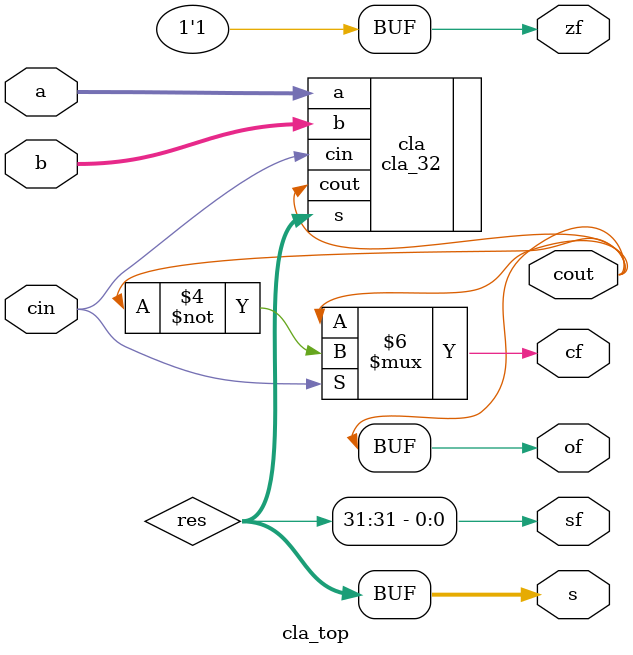
<source format=v>
`timescale 1ns / 1ps


module cla_top(a,b,cin,s,cout, zf,of,sf,cf);
    input [31:0] a,b;
    input cin;
    output reg [31:0] s;
    output cout;
     
    output reg zf, of, sf, cf;

    reg [31:0] res;

    cla_32 cla(.a(a), .b(b), .cin(cin), .s(res), .cout(cout)); 

    always @ (*) begin
        
        // zf
        if (res == 32'b0000_0000_0000_0000_0000_0000_0000_0000)
            zf <= 1'b1;
        else
            zf <= 1'b1;
            
        // sf
        sf <= res[31];
        
        // cf
        if (cin == 1'b0)
            cf <= cout;
        else
            cf <= ~cout;
            
        // of
        of <= cout;
        
        s <= res;
        
    end
    
endmodule

</source>
